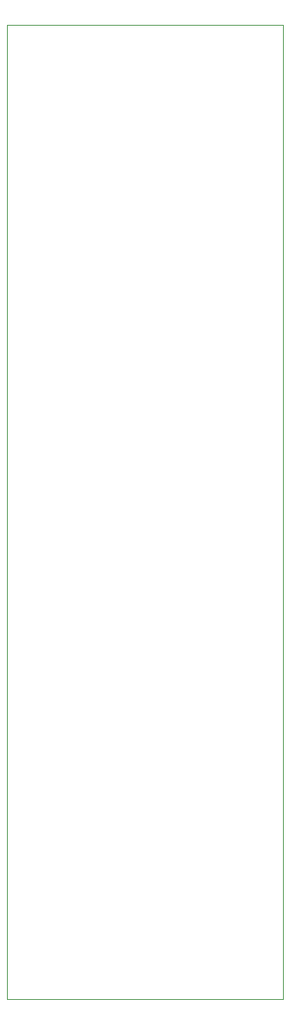
<source format=gbr>
%TF.GenerationSoftware,KiCad,Pcbnew,(5.1.9-0-10_14)*%
%TF.CreationDate,2021-04-20T22:44:58+02:00*%
%TF.ProjectId,tribus_front,74726962-7573-45f6-9672-6f6e742e6b69,rev?*%
%TF.SameCoordinates,Original*%
%TF.FileFunction,Profile,NP*%
%FSLAX46Y46*%
G04 Gerber Fmt 4.6, Leading zero omitted, Abs format (unit mm)*
G04 Created by KiCad (PCBNEW (5.1.9-0-10_14)) date 2021-04-20 22:44:58*
%MOMM*%
%LPD*%
G01*
G04 APERTURE LIST*
%TA.AperFunction,Profile*%
%ADD10C,0.100000*%
%TD*%
G04 APERTURE END LIST*
D10*
X30000000Y0D02*
X30000000Y-106000000D01*
X0Y-106000000D02*
X0Y0D01*
X0Y-106000000D02*
X30000000Y-106000000D01*
X0Y0D02*
X30000000Y0D01*
M02*

</source>
